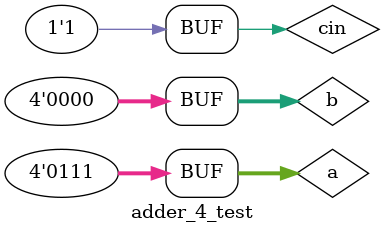
<source format=v>
`timescale 1ns / 1ps


module adder_4_test(

   );
   
   reg [3:0] a;
   reg [3:0] b;
   reg cin; // ¶¨Òå³ÌÐòµÄÊäÈëÎªregÐÍ
   wire cf;
   wire [3:0] s; // ÒòÎªÒª¶ÔcfºÍs½øÐÐassign¸³Öµ£¬ËùÒÔ¶¨ÒåÎªwireÐÍ
   adder_4 adder4(a, b, cin, s, cf); // ÊµÀý»¯adderÄ£¿é
   
   initial begin  // ¸øÊäÈë¸³³õÖµ
        a = 4'b0001;
        b = 4'b0011;
        cin = 1;
        #100  // Ê¹¸³Öµ³ÖÐø100ns
        a = 4'b1000;
        b = 4'b1010;
        cin = 0;
        #100 // Ê¹¸³Öµ³ÖÐø100ns
        a = 4'b0011;
        b = 4'b0110;
        cin = 0;
        #100
        a = 4'b0111;
        b = 4'b0000;
        cin = 1;
   end
   
endmodule

</source>
